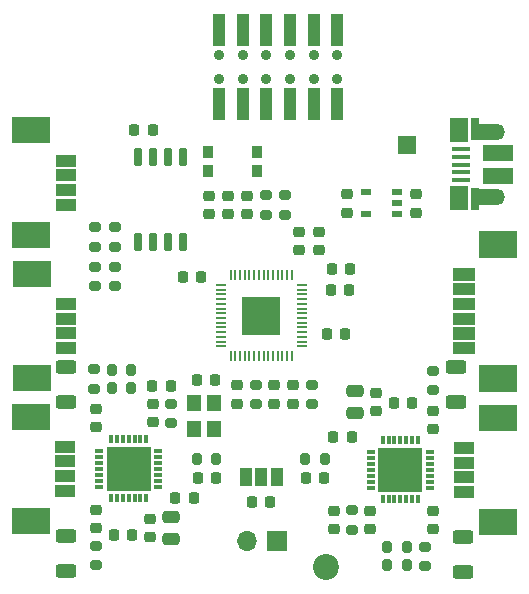
<source format=gbr>
%TF.GenerationSoftware,KiCad,Pcbnew,8.0.2*%
%TF.CreationDate,2024-08-07T22:56:44+12:00*%
%TF.ProjectId,FYP_P2_2,4659505f-5032-45f3-922e-6b696361645f,rev?*%
%TF.SameCoordinates,Original*%
%TF.FileFunction,Soldermask,Top*%
%TF.FilePolarity,Negative*%
%FSLAX46Y46*%
G04 Gerber Fmt 4.6, Leading zero omitted, Abs format (unit mm)*
G04 Created by KiCad (PCBNEW 8.0.2) date 2024-08-07 22:56:44*
%MOMM*%
%LPD*%
G01*
G04 APERTURE LIST*
G04 Aperture macros list*
%AMRoundRect*
0 Rectangle with rounded corners*
0 $1 Rounding radius*
0 $2 $3 $4 $5 $6 $7 $8 $9 X,Y pos of 4 corners*
0 Add a 4 corners polygon primitive as box body*
4,1,4,$2,$3,$4,$5,$6,$7,$8,$9,$2,$3,0*
0 Add four circle primitives for the rounded corners*
1,1,$1+$1,$2,$3*
1,1,$1+$1,$4,$5*
1,1,$1+$1,$6,$7*
1,1,$1+$1,$8,$9*
0 Add four rect primitives between the rounded corners*
20,1,$1+$1,$2,$3,$4,$5,0*
20,1,$1+$1,$4,$5,$6,$7,0*
20,1,$1+$1,$6,$7,$8,$9,0*
20,1,$1+$1,$8,$9,$2,$3,0*%
G04 Aperture macros list end*
%ADD10C,0.010000*%
%ADD11R,0.952500X0.508000*%
%ADD12R,1.200000X1.400000*%
%ADD13RoundRect,0.150000X0.150000X-0.650000X0.150000X0.650000X-0.150000X0.650000X-0.150000X-0.650000X0*%
%ADD14RoundRect,0.200000X-0.275000X0.200000X-0.275000X-0.200000X0.275000X-0.200000X0.275000X0.200000X0*%
%ADD15RoundRect,0.225000X0.250000X-0.225000X0.250000X0.225000X-0.250000X0.225000X-0.250000X-0.225000X0*%
%ADD16RoundRect,0.225000X0.225000X0.250000X-0.225000X0.250000X-0.225000X-0.250000X0.225000X-0.250000X0*%
%ADD17RoundRect,0.225000X-0.225000X-0.250000X0.225000X-0.250000X0.225000X0.250000X-0.225000X0.250000X0*%
%ADD18C,2.200000*%
%ADD19RoundRect,0.200000X0.275000X-0.200000X0.275000X0.200000X-0.275000X0.200000X-0.275000X-0.200000X0*%
%ADD20RoundRect,0.250000X0.625000X-0.312500X0.625000X0.312500X-0.625000X0.312500X-0.625000X-0.312500X0*%
%ADD21RoundRect,0.076200X-0.800000X0.400000X-0.800000X-0.400000X0.800000X-0.400000X0.800000X0.400000X0*%
%ADD22RoundRect,0.076200X-1.500000X1.050000X-1.500000X-1.050000X1.500000X-1.050000X1.500000X1.050000X0*%
%ADD23RoundRect,0.225000X-0.250000X0.225000X-0.250000X-0.225000X0.250000X-0.225000X0.250000X0.225000X0*%
%ADD24C,0.900000*%
%ADD25R,0.300000X0.800000*%
%ADD26R,0.800000X0.300000*%
%ADD27R,3.800000X3.800000*%
%ADD28RoundRect,0.218750X-0.218750X-0.256250X0.218750X-0.256250X0.218750X0.256250X-0.218750X0.256250X0*%
%ADD29RoundRect,0.076200X0.800000X-0.400000X0.800000X0.400000X-0.800000X0.400000X-0.800000X-0.400000X0*%
%ADD30RoundRect,0.076200X1.500000X-1.050000X1.500000X1.050000X-1.500000X1.050000X-1.500000X-1.050000X0*%
%ADD31RoundRect,0.250000X0.475000X-0.250000X0.475000X0.250000X-0.475000X0.250000X-0.475000X-0.250000X0*%
%ADD32RoundRect,0.250000X-0.625000X0.312500X-0.625000X-0.312500X0.625000X-0.312500X0.625000X0.312500X0*%
%ADD33RoundRect,0.200000X0.200000X0.275000X-0.200000X0.275000X-0.200000X-0.275000X0.200000X-0.275000X0*%
%ADD34R,1.650000X0.400000*%
%ADD35R,0.700000X1.825000*%
%ADD36R,1.500000X2.000000*%
%ADD37R,2.000000X1.350000*%
%ADD38O,1.700000X1.350000*%
%ADD39O,1.500000X1.100000*%
%ADD40R,2.500000X1.430000*%
%ADD41RoundRect,0.218750X-0.256250X0.218750X-0.256250X-0.218750X0.256250X-0.218750X0.256250X0.218750X0*%
%ADD42RoundRect,0.218750X0.218750X0.256250X-0.218750X0.256250X-0.218750X-0.256250X0.218750X-0.256250X0*%
%ADD43RoundRect,0.050000X-0.387500X-0.050000X0.387500X-0.050000X0.387500X0.050000X-0.387500X0.050000X0*%
%ADD44RoundRect,0.050000X-0.050000X-0.387500X0.050000X-0.387500X0.050000X0.387500X-0.050000X0.387500X0*%
%ADD45R,3.200000X3.200000*%
%ADD46R,1.500000X1.500000*%
%ADD47R,0.900000X1.000000*%
%ADD48RoundRect,0.200000X-0.200000X-0.275000X0.200000X-0.275000X0.200000X0.275000X-0.200000X0.275000X0*%
%ADD49R,1.000000X1.500000*%
%ADD50RoundRect,0.250000X-0.475000X0.250000X-0.475000X-0.250000X0.475000X-0.250000X0.475000X0.250000X0*%
%ADD51R,1.000000X2.750000*%
%ADD52R,1.700000X1.700000*%
%ADD53O,1.700000X1.700000*%
G04 APERTURE END LIST*
D10*
%TO.C,J7*%
X137426200Y-91476200D02*
X135673800Y-91476200D01*
X135673800Y-90523800D01*
X137426200Y-90523800D01*
X137426200Y-91476200D01*
G36*
X137426200Y-91476200D02*
G01*
X135673800Y-91476200D01*
X135673800Y-90523800D01*
X137426200Y-90523800D01*
X137426200Y-91476200D01*
G37*
X137426200Y-92726200D02*
X135673800Y-92726200D01*
X135673800Y-91773800D01*
X137426200Y-91773800D01*
X137426200Y-92726200D01*
G36*
X137426200Y-92726200D02*
G01*
X135673800Y-92726200D01*
X135673800Y-91773800D01*
X137426200Y-91773800D01*
X137426200Y-92726200D01*
G37*
X137426200Y-93976200D02*
X135673800Y-93976200D01*
X135673800Y-93023800D01*
X137426200Y-93023800D01*
X137426200Y-93976200D01*
G36*
X137426200Y-93976200D02*
G01*
X135673800Y-93976200D01*
X135673800Y-93023800D01*
X137426200Y-93023800D01*
X137426200Y-93976200D01*
G37*
X137426200Y-95226200D02*
X135673800Y-95226200D01*
X135673800Y-94273800D01*
X137426200Y-94273800D01*
X137426200Y-95226200D01*
G36*
X137426200Y-95226200D02*
G01*
X135673800Y-95226200D01*
X135673800Y-94273800D01*
X137426200Y-94273800D01*
X137426200Y-95226200D01*
G37*
X137426200Y-96476200D02*
X135673800Y-96476200D01*
X135673800Y-95523800D01*
X137426200Y-95523800D01*
X137426200Y-96476200D01*
G36*
X137426200Y-96476200D02*
G01*
X135673800Y-96476200D01*
X135673800Y-95523800D01*
X137426200Y-95523800D01*
X137426200Y-96476200D01*
G37*
X137426200Y-97726200D02*
X135673800Y-97726200D01*
X135673800Y-96773800D01*
X137426200Y-96773800D01*
X137426200Y-97726200D01*
G36*
X137426200Y-97726200D02*
G01*
X135673800Y-97726200D01*
X135673800Y-96773800D01*
X137426200Y-96773800D01*
X137426200Y-97726200D01*
G37*
X141026200Y-89576200D02*
X137873800Y-89576200D01*
X137873800Y-87323800D01*
X141026200Y-87323800D01*
X141026200Y-89576200D01*
G36*
X141026200Y-89576200D02*
G01*
X137873800Y-89576200D01*
X137873800Y-87323800D01*
X141026200Y-87323800D01*
X141026200Y-89576200D01*
G37*
X141026200Y-100926200D02*
X137873800Y-100926200D01*
X137873800Y-98673800D01*
X141026200Y-98673800D01*
X141026200Y-100926200D01*
G36*
X141026200Y-100926200D02*
G01*
X137873800Y-100926200D01*
X137873800Y-98673800D01*
X141026200Y-98673800D01*
X141026200Y-100926200D01*
G37*
%TD*%
D11*
%TO.C,U4*%
X130877700Y-85925002D03*
X130877700Y-84975001D03*
X130877700Y-84025000D03*
X128325000Y-84025000D03*
X128325000Y-85925002D03*
%TD*%
D12*
%TO.C,Y1*%
X115400000Y-104125000D03*
X115400000Y-101925000D03*
X113700000Y-101925000D03*
X113700000Y-104125000D03*
%TD*%
D13*
%TO.C,U3*%
X108950000Y-88310000D03*
X110220000Y-88310000D03*
X111490000Y-88310000D03*
X112760000Y-88310000D03*
X112760000Y-81110000D03*
X111490000Y-81110000D03*
X110220000Y-81110000D03*
X108950000Y-81110000D03*
%TD*%
D14*
%TO.C,R3*%
X107040000Y-90400000D03*
X107040000Y-92050000D03*
%TD*%
D15*
%TO.C,C21*%
X133990000Y-104127500D03*
X133990000Y-102577500D03*
%TD*%
D16*
%TO.C,C23*%
X127070000Y-104845000D03*
X125520000Y-104845000D03*
%TD*%
D17*
%TO.C,C31*%
X118650000Y-110350000D03*
X120200000Y-110350000D03*
%TD*%
D18*
%TO.C,H1*%
X124890000Y-115800000D03*
%TD*%
D19*
%TO.C,R22*%
X105260000Y-100700000D03*
X105260000Y-99050000D03*
%TD*%
D20*
%TO.C,R27*%
X102900000Y-116137500D03*
X102900000Y-113212500D03*
%TD*%
D21*
%TO.C,J15*%
X102860000Y-81400000D03*
X102860000Y-82650000D03*
X102860000Y-83900000D03*
X102860000Y-85150000D03*
D22*
X99960000Y-78850000D03*
X99960000Y-87700000D03*
%TD*%
D23*
%TO.C,C28*%
X105425000Y-111000000D03*
X105425000Y-112550000D03*
%TD*%
D19*
%TO.C,R8*%
X107040000Y-88715000D03*
X107040000Y-87065000D03*
%TD*%
D24*
%TO.C,*%
X123850000Y-74500000D03*
%TD*%
D17*
%TO.C,C3*%
X125000000Y-96050000D03*
X126550000Y-96050000D03*
%TD*%
D23*
%TO.C,C13*%
X117350000Y-100425000D03*
X117350000Y-101975000D03*
%TD*%
D25*
%TO.C,IC1*%
X132705000Y-105090000D03*
X132205000Y-105090000D03*
X131705000Y-105090000D03*
X131205000Y-105090000D03*
X130705000Y-105090000D03*
X130205000Y-105090000D03*
X129705000Y-105090000D03*
D26*
X128705000Y-106090000D03*
X128705000Y-106590000D03*
X128705000Y-107090000D03*
X128705000Y-107590000D03*
X128705000Y-108090000D03*
X128705000Y-108590000D03*
X128705000Y-109090000D03*
D25*
X129705000Y-110090000D03*
X130205000Y-110090000D03*
X130705000Y-110090000D03*
X131205000Y-110090000D03*
X131705000Y-110090000D03*
X132205000Y-110090000D03*
X132705000Y-110090000D03*
D26*
X133705000Y-109090000D03*
X133705000Y-108590000D03*
X133705000Y-108090000D03*
X133705000Y-107590000D03*
X133705000Y-107090000D03*
X133705000Y-106590000D03*
X133705000Y-106090000D03*
D27*
X131205000Y-107590000D03*
%TD*%
D14*
%TO.C,R15*%
X133270000Y-114110000D03*
X133270000Y-115760000D03*
%TD*%
D19*
%TO.C,R16*%
X133990000Y-100835000D03*
X133990000Y-99185000D03*
%TD*%
D28*
%TO.C,D4*%
X114032500Y-108300000D03*
X115607500Y-108300000D03*
%TD*%
D23*
%TO.C,C5*%
X120535000Y-100425000D03*
X120535000Y-101975000D03*
%TD*%
%TO.C,C15*%
X132525000Y-84250000D03*
X132525000Y-85800000D03*
%TD*%
D16*
%TO.C,C14*%
X115545000Y-99990000D03*
X113995000Y-99990000D03*
%TD*%
D21*
%TO.C,J9*%
X102850000Y-105620000D03*
X102850000Y-106870000D03*
X102850000Y-108120000D03*
X102850000Y-109370000D03*
D22*
X99950000Y-103070000D03*
X99950000Y-111920000D03*
%TD*%
D29*
%TO.C,J14*%
X136550000Y-109465000D03*
X136550000Y-108215000D03*
X136550000Y-106965000D03*
X136550000Y-105715000D03*
D30*
X139450000Y-112015000D03*
X139450000Y-103165000D03*
%TD*%
D31*
%TO.C,C27*%
X111825000Y-113450000D03*
X111825000Y-111550000D03*
%TD*%
D32*
%TO.C,R28*%
X102900000Y-98887500D03*
X102900000Y-101812500D03*
%TD*%
D23*
%TO.C,C17*%
X126725000Y-84250000D03*
X126725000Y-85800000D03*
%TD*%
D17*
%TO.C,C4*%
X125325000Y-92350000D03*
X126875000Y-92350000D03*
%TD*%
D19*
%TO.C,R20*%
X111800000Y-103622500D03*
X111800000Y-101972500D03*
%TD*%
D15*
%TO.C,C8*%
X124350000Y-89000000D03*
X124350000Y-87450000D03*
%TD*%
%TO.C,C25*%
X105425000Y-104000000D03*
X105425000Y-102450000D03*
%TD*%
D17*
%TO.C,C1*%
X125400000Y-90600000D03*
X126950000Y-90600000D03*
%TD*%
D14*
%TO.C,R9*%
X105310000Y-87060000D03*
X105310000Y-88710000D03*
%TD*%
D19*
%TO.C,R11*%
X121400000Y-86000000D03*
X121400000Y-84350000D03*
%TD*%
D15*
%TO.C,C7*%
X118200000Y-85950000D03*
X118200000Y-84400000D03*
%TD*%
%TO.C,C24*%
X110250000Y-103572500D03*
X110250000Y-102022500D03*
%TD*%
%TO.C,C2*%
X116600000Y-85950000D03*
X116600000Y-84400000D03*
%TD*%
D33*
%TO.C,R25*%
X108400000Y-100675000D03*
X106750000Y-100675000D03*
%TD*%
D17*
%TO.C,C30*%
X112165000Y-109950000D03*
X113715000Y-109950000D03*
%TD*%
D21*
%TO.C,J5*%
X102880000Y-93540000D03*
X102880000Y-94790000D03*
X102880000Y-96040000D03*
X102880000Y-97290000D03*
D22*
X99980000Y-90990000D03*
X99980000Y-99840000D03*
%TD*%
D25*
%TO.C,IC2*%
X106700000Y-110000000D03*
X107200000Y-110000000D03*
X107700000Y-110000000D03*
X108200000Y-110000000D03*
X108700000Y-110000000D03*
X109200000Y-110000000D03*
X109700000Y-110000000D03*
D26*
X110700000Y-109000000D03*
X110700000Y-108500000D03*
X110700000Y-108000000D03*
X110700000Y-107500000D03*
X110700000Y-107000000D03*
X110700000Y-106500000D03*
X110700000Y-106000000D03*
D25*
X109700000Y-105000000D03*
X109200000Y-105000000D03*
X108700000Y-105000000D03*
X108200000Y-105000000D03*
X107700000Y-105000000D03*
X107200000Y-105000000D03*
X106700000Y-105000000D03*
D26*
X105700000Y-106000000D03*
X105700000Y-106500000D03*
X105700000Y-107000000D03*
X105700000Y-107500000D03*
X105700000Y-108000000D03*
X105700000Y-108500000D03*
X105700000Y-109000000D03*
D27*
X108200000Y-107500000D03*
%TD*%
D34*
%TO.C,J12*%
X136300000Y-83045000D03*
X136300000Y-82395000D03*
X136300000Y-81745000D03*
X136300000Y-81095000D03*
X136300000Y-80445000D03*
D35*
X137500000Y-84695000D03*
D36*
X136200000Y-84595000D03*
D37*
X138250000Y-84475000D03*
D38*
X139180000Y-84475000D03*
D39*
X136180000Y-84165000D03*
D40*
X139450000Y-82705000D03*
X139450000Y-80785000D03*
D39*
X136180000Y-79325000D03*
D38*
X139180000Y-79015000D03*
D37*
X138250000Y-78995000D03*
D36*
X136180000Y-78845000D03*
D35*
X137500000Y-78745000D03*
%TD*%
D16*
%TO.C,C6*%
X114310000Y-91284841D03*
X112760000Y-91284841D03*
%TD*%
D41*
%TO.C,D1*%
X125575000Y-111037500D03*
X125575000Y-112612500D03*
%TD*%
D42*
%TO.C,D2*%
X124775000Y-108300000D03*
X123200000Y-108300000D03*
%TD*%
D14*
%TO.C,R12*%
X119800000Y-84350000D03*
X119800000Y-86000000D03*
%TD*%
D43*
%TO.C,U2*%
X115987500Y-91930000D03*
X115987500Y-92330000D03*
X115987500Y-92730000D03*
X115987500Y-93130000D03*
X115987500Y-93530000D03*
X115987500Y-93930000D03*
X115987500Y-94330000D03*
X115987500Y-94730000D03*
X115987500Y-95130000D03*
X115987500Y-95530000D03*
X115987500Y-95930000D03*
X115987500Y-96330000D03*
X115987500Y-96730000D03*
X115987500Y-97130000D03*
D44*
X116825000Y-97967500D03*
X117225000Y-97967500D03*
X117625000Y-97967500D03*
X118025000Y-97967500D03*
X118425000Y-97967500D03*
X118825000Y-97967500D03*
X119225000Y-97967500D03*
X119625000Y-97967500D03*
X120025000Y-97967500D03*
X120425000Y-97967500D03*
X120825000Y-97967500D03*
X121225000Y-97967500D03*
X121625000Y-97967500D03*
X122025000Y-97967500D03*
D43*
X122862500Y-97130000D03*
X122862500Y-96730000D03*
X122862500Y-96330000D03*
X122862500Y-95930000D03*
X122862500Y-95530000D03*
X122862500Y-95130000D03*
X122862500Y-94730000D03*
X122862500Y-94330000D03*
X122862500Y-93930000D03*
X122862500Y-93530000D03*
X122862500Y-93130000D03*
X122862500Y-92730000D03*
X122862500Y-92330000D03*
X122862500Y-91930000D03*
D44*
X122025000Y-91092500D03*
X121625000Y-91092500D03*
X121225000Y-91092500D03*
X120825000Y-91092500D03*
X120425000Y-91092500D03*
X120025000Y-91092500D03*
X119625000Y-91092500D03*
X119225000Y-91092500D03*
X118825000Y-91092500D03*
X118425000Y-91092500D03*
X118025000Y-91092500D03*
X117625000Y-91092500D03*
X117225000Y-91092500D03*
X116825000Y-91092500D03*
D45*
X119425000Y-94530000D03*
%TD*%
D17*
%TO.C,C12*%
X108685000Y-78850000D03*
X110235000Y-78850000D03*
%TD*%
D24*
%TO.C,*%
X121850000Y-72500000D03*
%TD*%
D46*
%TO.C,TP1*%
X131775000Y-80125000D03*
%TD*%
D23*
%TO.C,C18*%
X133990000Y-111065000D03*
X133990000Y-112615000D03*
%TD*%
D24*
%TO.C,*%
X117850000Y-72500000D03*
%TD*%
%TO.C,*%
X119850000Y-72500000D03*
%TD*%
D14*
%TO.C,R23*%
X105425000Y-114025000D03*
X105425000Y-115675000D03*
%TD*%
D33*
%TO.C,R26*%
X115625000Y-106655000D03*
X113975000Y-106655000D03*
%TD*%
D14*
%TO.C,R14*%
X123720000Y-100375000D03*
X123720000Y-102025000D03*
%TD*%
%TO.C,R5*%
X105310000Y-90400000D03*
X105310000Y-92050000D03*
%TD*%
D47*
%TO.C,SW1*%
X114950000Y-80675000D03*
X119050000Y-80675000D03*
X114950000Y-82275000D03*
X119050000Y-82275000D03*
%TD*%
D32*
%TO.C,R29*%
X135950000Y-98887500D03*
X135950000Y-101812500D03*
%TD*%
D24*
%TO.C,*%
X117850000Y-74500000D03*
%TD*%
D48*
%TO.C,R19*%
X123162500Y-106655000D03*
X124812500Y-106655000D03*
%TD*%
D23*
%TO.C,C16*%
X128675000Y-111050000D03*
X128675000Y-112600000D03*
%TD*%
D16*
%TO.C,C26*%
X108475000Y-113100000D03*
X106925000Y-113100000D03*
%TD*%
D15*
%TO.C,C11*%
X122600000Y-89000000D03*
X122600000Y-87450000D03*
%TD*%
D49*
%TO.C,J13*%
X118125000Y-108157500D03*
X119425000Y-108157500D03*
X120725000Y-108157500D03*
%TD*%
D50*
%TO.C,C20*%
X127400000Y-100875000D03*
X127400000Y-102775000D03*
%TD*%
D24*
%TO.C,*%
X115850000Y-74500000D03*
%TD*%
%TO.C,*%
X119850000Y-74500000D03*
%TD*%
D19*
%TO.C,R10*%
X118942500Y-102025000D03*
X118942500Y-100375000D03*
%TD*%
D20*
%TO.C,R1*%
X136500000Y-116225000D03*
X136500000Y-113300000D03*
%TD*%
D14*
%TO.C,R13*%
X127125000Y-111000000D03*
X127125000Y-112650000D03*
%TD*%
D24*
%TO.C,*%
X125850000Y-72500000D03*
%TD*%
D23*
%TO.C,C10*%
X122127500Y-100425000D03*
X122127500Y-101975000D03*
%TD*%
D15*
%TO.C,C9*%
X115000000Y-85950000D03*
X115000000Y-84400000D03*
%TD*%
D24*
%TO.C,*%
X121850000Y-74500000D03*
%TD*%
D48*
%TO.C,R17*%
X130115000Y-115640000D03*
X131765000Y-115640000D03*
%TD*%
D51*
%TO.C,J2*%
X115850000Y-70375000D03*
X115850000Y-76625000D03*
X117850000Y-70375000D03*
X117850000Y-76625000D03*
X119850000Y-70375000D03*
X119850000Y-76625000D03*
X121850000Y-70375000D03*
X121850000Y-76625000D03*
X123850000Y-70375000D03*
X123850000Y-76625000D03*
X125850000Y-70375000D03*
X125850000Y-76625000D03*
%TD*%
D24*
%TO.C,*%
X115850000Y-72500000D03*
%TD*%
%TO.C,*%
X123850000Y-72500000D03*
%TD*%
D17*
%TO.C,C19*%
X130675000Y-101900000D03*
X132225000Y-101900000D03*
%TD*%
D23*
%TO.C,C22*%
X129175000Y-101050000D03*
X129175000Y-102600000D03*
%TD*%
D24*
%TO.C,*%
X125850000Y-74500000D03*
%TD*%
D48*
%TO.C,R24*%
X106750000Y-99125000D03*
X108400000Y-99125000D03*
%TD*%
D15*
%TO.C,C29*%
X110000000Y-113275000D03*
X110000000Y-111725000D03*
%TD*%
D28*
%TO.C,D3*%
X110212500Y-100450000D03*
X111787500Y-100450000D03*
%TD*%
D33*
%TO.C,R18*%
X131765000Y-114100000D03*
X130115000Y-114100000D03*
%TD*%
D52*
%TO.C,J8*%
X120740000Y-113650000D03*
D53*
X118200000Y-113650000D03*
%TD*%
M02*

</source>
